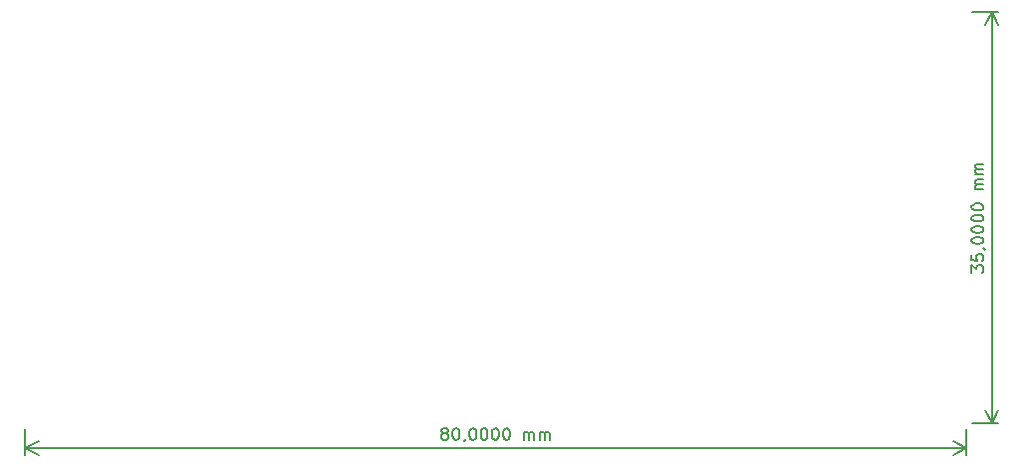
<source format=gbr>
G04 #@! TF.GenerationSoftware,KiCad,Pcbnew,6.0.9-8da3e8f707~117~ubuntu20.04.1*
G04 #@! TF.CreationDate,2022-12-15T16:30:04+01:00*
G04 #@! TF.ProjectId,picsyle-R_temperature_915,70696373-796c-4652-9d52-5f74656d7065,rev?*
G04 #@! TF.SameCoordinates,Original*
G04 #@! TF.FileFunction,Other,User*
%FSLAX46Y46*%
G04 Gerber Fmt 4.6, Leading zero omitted, Abs format (unit mm)*
G04 Created by KiCad (PCBNEW 6.0.9-8da3e8f707~117~ubuntu20.04.1) date 2022-12-15 16:30:04*
%MOMM*%
%LPD*%
G01*
G04 APERTURE LIST*
%ADD10C,0.150000*%
G04 APERTURE END LIST*
D10*
X153522380Y-81486666D02*
X153522380Y-80867619D01*
X153903333Y-81200952D01*
X153903333Y-81058095D01*
X153950952Y-80962857D01*
X153998571Y-80915238D01*
X154093809Y-80867619D01*
X154331904Y-80867619D01*
X154427142Y-80915238D01*
X154474761Y-80962857D01*
X154522380Y-81058095D01*
X154522380Y-81343809D01*
X154474761Y-81439047D01*
X154427142Y-81486666D01*
X153522380Y-79962857D02*
X153522380Y-80439047D01*
X153998571Y-80486666D01*
X153950952Y-80439047D01*
X153903333Y-80343809D01*
X153903333Y-80105714D01*
X153950952Y-80010476D01*
X153998571Y-79962857D01*
X154093809Y-79915238D01*
X154331904Y-79915238D01*
X154427142Y-79962857D01*
X154474761Y-80010476D01*
X154522380Y-80105714D01*
X154522380Y-80343809D01*
X154474761Y-80439047D01*
X154427142Y-80486666D01*
X154474761Y-79439047D02*
X154522380Y-79439047D01*
X154617619Y-79486666D01*
X154665238Y-79534285D01*
X153522380Y-78820000D02*
X153522380Y-78724761D01*
X153570000Y-78629523D01*
X153617619Y-78581904D01*
X153712857Y-78534285D01*
X153903333Y-78486666D01*
X154141428Y-78486666D01*
X154331904Y-78534285D01*
X154427142Y-78581904D01*
X154474761Y-78629523D01*
X154522380Y-78724761D01*
X154522380Y-78820000D01*
X154474761Y-78915238D01*
X154427142Y-78962857D01*
X154331904Y-79010476D01*
X154141428Y-79058095D01*
X153903333Y-79058095D01*
X153712857Y-79010476D01*
X153617619Y-78962857D01*
X153570000Y-78915238D01*
X153522380Y-78820000D01*
X153522380Y-77867619D02*
X153522380Y-77772380D01*
X153570000Y-77677142D01*
X153617619Y-77629523D01*
X153712857Y-77581904D01*
X153903333Y-77534285D01*
X154141428Y-77534285D01*
X154331904Y-77581904D01*
X154427142Y-77629523D01*
X154474761Y-77677142D01*
X154522380Y-77772380D01*
X154522380Y-77867619D01*
X154474761Y-77962857D01*
X154427142Y-78010476D01*
X154331904Y-78058095D01*
X154141428Y-78105714D01*
X153903333Y-78105714D01*
X153712857Y-78058095D01*
X153617619Y-78010476D01*
X153570000Y-77962857D01*
X153522380Y-77867619D01*
X153522380Y-76915238D02*
X153522380Y-76820000D01*
X153570000Y-76724761D01*
X153617619Y-76677142D01*
X153712857Y-76629523D01*
X153903333Y-76581904D01*
X154141428Y-76581904D01*
X154331904Y-76629523D01*
X154427142Y-76677142D01*
X154474761Y-76724761D01*
X154522380Y-76820000D01*
X154522380Y-76915238D01*
X154474761Y-77010476D01*
X154427142Y-77058095D01*
X154331904Y-77105714D01*
X154141428Y-77153333D01*
X153903333Y-77153333D01*
X153712857Y-77105714D01*
X153617619Y-77058095D01*
X153570000Y-77010476D01*
X153522380Y-76915238D01*
X153522380Y-75962857D02*
X153522380Y-75867619D01*
X153570000Y-75772380D01*
X153617619Y-75724761D01*
X153712857Y-75677142D01*
X153903333Y-75629523D01*
X154141428Y-75629523D01*
X154331904Y-75677142D01*
X154427142Y-75724761D01*
X154474761Y-75772380D01*
X154522380Y-75867619D01*
X154522380Y-75962857D01*
X154474761Y-76058095D01*
X154427142Y-76105714D01*
X154331904Y-76153333D01*
X154141428Y-76200952D01*
X153903333Y-76200952D01*
X153712857Y-76153333D01*
X153617619Y-76105714D01*
X153570000Y-76058095D01*
X153522380Y-75962857D01*
X154522380Y-74439047D02*
X153855714Y-74439047D01*
X153950952Y-74439047D02*
X153903333Y-74391428D01*
X153855714Y-74296190D01*
X153855714Y-74153333D01*
X153903333Y-74058095D01*
X153998571Y-74010476D01*
X154522380Y-74010476D01*
X153998571Y-74010476D02*
X153903333Y-73962857D01*
X153855714Y-73867619D01*
X153855714Y-73724761D01*
X153903333Y-73629523D01*
X153998571Y-73581904D01*
X154522380Y-73581904D01*
X154522380Y-73105714D02*
X153855714Y-73105714D01*
X153950952Y-73105714D02*
X153903333Y-73058095D01*
X153855714Y-72962857D01*
X153855714Y-72820000D01*
X153903333Y-72724761D01*
X153998571Y-72677142D01*
X154522380Y-72677142D01*
X153998571Y-72677142D02*
X153903333Y-72629523D01*
X153855714Y-72534285D01*
X153855714Y-72391428D01*
X153903333Y-72296190D01*
X153998571Y-72248571D01*
X154522380Y-72248571D01*
X153580000Y-59320000D02*
X155806420Y-59320000D01*
X153580000Y-94320000D02*
X155806420Y-94320000D01*
X155220000Y-59320000D02*
X155220000Y-94320000D01*
X155220000Y-59320000D02*
X155220000Y-94320000D01*
X155220000Y-59320000D02*
X154633579Y-60446504D01*
X155220000Y-59320000D02*
X155806421Y-60446504D01*
X155220000Y-94320000D02*
X155806421Y-93193496D01*
X155220000Y-94320000D02*
X154633579Y-93193496D01*
X108651428Y-95150952D02*
X108556190Y-95103333D01*
X108508571Y-95055714D01*
X108460952Y-94960476D01*
X108460952Y-94912857D01*
X108508571Y-94817619D01*
X108556190Y-94770000D01*
X108651428Y-94722380D01*
X108841904Y-94722380D01*
X108937142Y-94770000D01*
X108984761Y-94817619D01*
X109032380Y-94912857D01*
X109032380Y-94960476D01*
X108984761Y-95055714D01*
X108937142Y-95103333D01*
X108841904Y-95150952D01*
X108651428Y-95150952D01*
X108556190Y-95198571D01*
X108508571Y-95246190D01*
X108460952Y-95341428D01*
X108460952Y-95531904D01*
X108508571Y-95627142D01*
X108556190Y-95674761D01*
X108651428Y-95722380D01*
X108841904Y-95722380D01*
X108937142Y-95674761D01*
X108984761Y-95627142D01*
X109032380Y-95531904D01*
X109032380Y-95341428D01*
X108984761Y-95246190D01*
X108937142Y-95198571D01*
X108841904Y-95150952D01*
X109651428Y-94722380D02*
X109746666Y-94722380D01*
X109841904Y-94770000D01*
X109889523Y-94817619D01*
X109937142Y-94912857D01*
X109984761Y-95103333D01*
X109984761Y-95341428D01*
X109937142Y-95531904D01*
X109889523Y-95627142D01*
X109841904Y-95674761D01*
X109746666Y-95722380D01*
X109651428Y-95722380D01*
X109556190Y-95674761D01*
X109508571Y-95627142D01*
X109460952Y-95531904D01*
X109413333Y-95341428D01*
X109413333Y-95103333D01*
X109460952Y-94912857D01*
X109508571Y-94817619D01*
X109556190Y-94770000D01*
X109651428Y-94722380D01*
X110460952Y-95674761D02*
X110460952Y-95722380D01*
X110413333Y-95817619D01*
X110365714Y-95865238D01*
X111080000Y-94722380D02*
X111175238Y-94722380D01*
X111270476Y-94770000D01*
X111318095Y-94817619D01*
X111365714Y-94912857D01*
X111413333Y-95103333D01*
X111413333Y-95341428D01*
X111365714Y-95531904D01*
X111318095Y-95627142D01*
X111270476Y-95674761D01*
X111175238Y-95722380D01*
X111080000Y-95722380D01*
X110984761Y-95674761D01*
X110937142Y-95627142D01*
X110889523Y-95531904D01*
X110841904Y-95341428D01*
X110841904Y-95103333D01*
X110889523Y-94912857D01*
X110937142Y-94817619D01*
X110984761Y-94770000D01*
X111080000Y-94722380D01*
X112032380Y-94722380D02*
X112127619Y-94722380D01*
X112222857Y-94770000D01*
X112270476Y-94817619D01*
X112318095Y-94912857D01*
X112365714Y-95103333D01*
X112365714Y-95341428D01*
X112318095Y-95531904D01*
X112270476Y-95627142D01*
X112222857Y-95674761D01*
X112127619Y-95722380D01*
X112032380Y-95722380D01*
X111937142Y-95674761D01*
X111889523Y-95627142D01*
X111841904Y-95531904D01*
X111794285Y-95341428D01*
X111794285Y-95103333D01*
X111841904Y-94912857D01*
X111889523Y-94817619D01*
X111937142Y-94770000D01*
X112032380Y-94722380D01*
X112984761Y-94722380D02*
X113080000Y-94722380D01*
X113175238Y-94770000D01*
X113222857Y-94817619D01*
X113270476Y-94912857D01*
X113318095Y-95103333D01*
X113318095Y-95341428D01*
X113270476Y-95531904D01*
X113222857Y-95627142D01*
X113175238Y-95674761D01*
X113080000Y-95722380D01*
X112984761Y-95722380D01*
X112889523Y-95674761D01*
X112841904Y-95627142D01*
X112794285Y-95531904D01*
X112746666Y-95341428D01*
X112746666Y-95103333D01*
X112794285Y-94912857D01*
X112841904Y-94817619D01*
X112889523Y-94770000D01*
X112984761Y-94722380D01*
X113937142Y-94722380D02*
X114032380Y-94722380D01*
X114127619Y-94770000D01*
X114175238Y-94817619D01*
X114222857Y-94912857D01*
X114270476Y-95103333D01*
X114270476Y-95341428D01*
X114222857Y-95531904D01*
X114175238Y-95627142D01*
X114127619Y-95674761D01*
X114032380Y-95722380D01*
X113937142Y-95722380D01*
X113841904Y-95674761D01*
X113794285Y-95627142D01*
X113746666Y-95531904D01*
X113699047Y-95341428D01*
X113699047Y-95103333D01*
X113746666Y-94912857D01*
X113794285Y-94817619D01*
X113841904Y-94770000D01*
X113937142Y-94722380D01*
X115460952Y-95722380D02*
X115460952Y-95055714D01*
X115460952Y-95150952D02*
X115508571Y-95103333D01*
X115603809Y-95055714D01*
X115746666Y-95055714D01*
X115841904Y-95103333D01*
X115889523Y-95198571D01*
X115889523Y-95722380D01*
X115889523Y-95198571D02*
X115937142Y-95103333D01*
X116032380Y-95055714D01*
X116175238Y-95055714D01*
X116270476Y-95103333D01*
X116318095Y-95198571D01*
X116318095Y-95722380D01*
X116794285Y-95722380D02*
X116794285Y-95055714D01*
X116794285Y-95150952D02*
X116841904Y-95103333D01*
X116937142Y-95055714D01*
X117080000Y-95055714D01*
X117175238Y-95103333D01*
X117222857Y-95198571D01*
X117222857Y-95722380D01*
X117222857Y-95198571D02*
X117270476Y-95103333D01*
X117365714Y-95055714D01*
X117508571Y-95055714D01*
X117603809Y-95103333D01*
X117651428Y-95198571D01*
X117651428Y-95722380D01*
X153080000Y-94820000D02*
X153080000Y-97006420D01*
X73080000Y-94820000D02*
X73080000Y-97006420D01*
X153080000Y-96420000D02*
X73080000Y-96420000D01*
X153080000Y-96420000D02*
X73080000Y-96420000D01*
X153080000Y-96420000D02*
X151953496Y-95833579D01*
X153080000Y-96420000D02*
X151953496Y-97006421D01*
X73080000Y-96420000D02*
X74206504Y-97006421D01*
X73080000Y-96420000D02*
X74206504Y-95833579D01*
M02*

</source>
